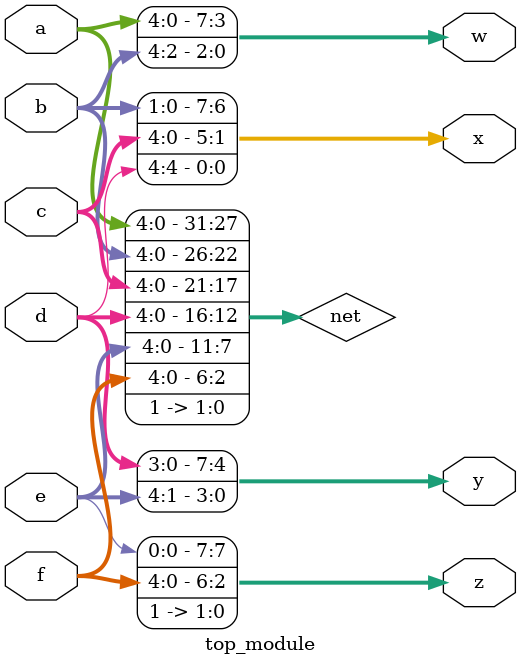
<source format=v>
module top_module (
    input [4:0] a, b, c, d, e, f,
    output [7:0] w, x, y, z );

    wire [31:0] net;
    
    assign net = {a[4:0], b[4:0], c[4:0], d[4:0], e[4:0], f[4:0], 2'b11};
    assign w = net[31:24];
    assign x = net[23:16];
    assign y = net[15:8];
    assign z = net[7:0];

endmodule

</source>
